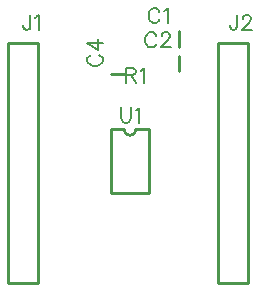
<source format=gto>
G04 DipTrace 3.1.0.1*
G04 TopSilk.gto*
%MOIN*%
G04 #@! TF.FileFunction,Legend,Top*
G04 #@! TF.Part,Single*
%ADD10C,0.009843*%
%ADD37C,0.00772*%
%FSLAX26Y26*%
G04*
G70*
G90*
G75*
G01*
G04 TopSilk*
%LPD*%
X757691Y973233D2*
D10*
Y760633D1*
X883663Y973233D2*
Y760633D1*
X757691D2*
X883663D1*
X757691Y973233D2*
X800988D1*
X840366D2*
X883663D1*
X800988D2*
G03X840366Y973233I19689J23D01*
G01*
X512751Y1262714D2*
X412749D1*
Y462787D1*
X512751D1*
Y1262714D1*
X1212751D2*
X1112749D1*
Y462787D1*
X1212751D1*
Y1262714D1*
X985360Y1300822D2*
Y1249680D1*
Y1219571D2*
Y1168429D1*
X807071Y1158891D2*
X755929D1*
X790214Y1046456D2*
D37*
Y1010586D1*
X792591Y1003401D1*
X797399Y998648D1*
X804584Y996216D1*
X809337D1*
X816522Y998648D1*
X821331Y1003401D1*
X823707Y1010586D1*
Y1046456D1*
X839147Y1036839D2*
X843955Y1039271D1*
X851140Y1046401D1*
Y996216D1*
X488459Y1354871D2*
Y1316625D1*
X486083Y1309440D1*
X483651Y1307063D1*
X478898Y1304631D1*
X474089D1*
X469336Y1307063D1*
X466960Y1309440D1*
X464528Y1316625D1*
Y1321378D1*
X503899Y1345254D2*
X508707Y1347686D1*
X515892Y1354816D1*
Y1304631D1*
X1177710Y1354871D2*
Y1316625D1*
X1175333Y1309440D1*
X1172901Y1307063D1*
X1168148Y1304631D1*
X1163339D1*
X1158586Y1307063D1*
X1156210Y1309440D1*
X1153778Y1316625D1*
Y1321378D1*
X1195581Y1342878D2*
Y1345254D1*
X1197957Y1350063D1*
X1200334Y1352440D1*
X1205142Y1354816D1*
X1214704D1*
X1219457Y1352440D1*
X1221834Y1350063D1*
X1224266Y1345254D1*
Y1340501D1*
X1221834Y1335693D1*
X1217080Y1328563D1*
X1193149Y1304631D1*
X1226642D1*
X918702Y1366063D2*
X916325Y1370816D1*
X911516Y1375625D1*
X906763Y1378001D1*
X897202D1*
X892393Y1375625D1*
X887640Y1370816D1*
X885208Y1366063D1*
X882832Y1358878D1*
Y1346885D1*
X885208Y1339755D1*
X887640Y1334946D1*
X892393Y1330193D1*
X897202Y1327761D1*
X906763D1*
X911516Y1330193D1*
X916325Y1334946D1*
X918702Y1339755D1*
X934141Y1368384D2*
X938949Y1370816D1*
X946134Y1377946D1*
Y1327761D1*
X907952Y1284812D2*
X905575Y1289566D1*
X900767Y1294374D1*
X896013Y1296751D1*
X886452D1*
X881643Y1294374D1*
X876890Y1289566D1*
X874458Y1284812D1*
X872082Y1277627D1*
Y1265634D1*
X874458Y1258504D1*
X876890Y1253696D1*
X881643Y1248942D1*
X886452Y1246511D1*
X896013D1*
X900767Y1248942D1*
X905575Y1253696D1*
X907952Y1258504D1*
X925823Y1284757D2*
Y1287134D1*
X928199Y1291942D1*
X930576Y1294319D1*
X935384Y1296695D1*
X944946D1*
X949699Y1294319D1*
X952076Y1291942D1*
X954508Y1287134D1*
Y1282381D1*
X952076Y1277572D1*
X947323Y1270442D1*
X923391Y1246511D1*
X956884D1*
X807189Y1154068D2*
X828689D1*
X835874Y1156500D1*
X838306Y1158877D1*
X840683Y1163630D1*
Y1168438D1*
X838306Y1173192D1*
X835874Y1175623D1*
X828689Y1178000D1*
X807189D1*
Y1127760D1*
X823936Y1154068D2*
X840683Y1127760D1*
X856122Y1168383D2*
X860930Y1170815D1*
X868115Y1177945D1*
Y1127760D1*
X690688Y1222048D2*
X685934Y1219672D1*
X681126Y1214863D1*
X678749Y1210110D1*
Y1200548D1*
X681126Y1195740D1*
X685934Y1190987D1*
X690688Y1188555D1*
X697873Y1186178D1*
X709866D1*
X716996Y1188555D1*
X721804Y1190987D1*
X726558Y1195740D1*
X728989Y1200548D1*
Y1210110D1*
X726558Y1214863D1*
X721804Y1219672D1*
X716996Y1222048D1*
X728989Y1261419D2*
X678805D1*
X712243Y1237487D1*
Y1273357D1*
M02*

</source>
